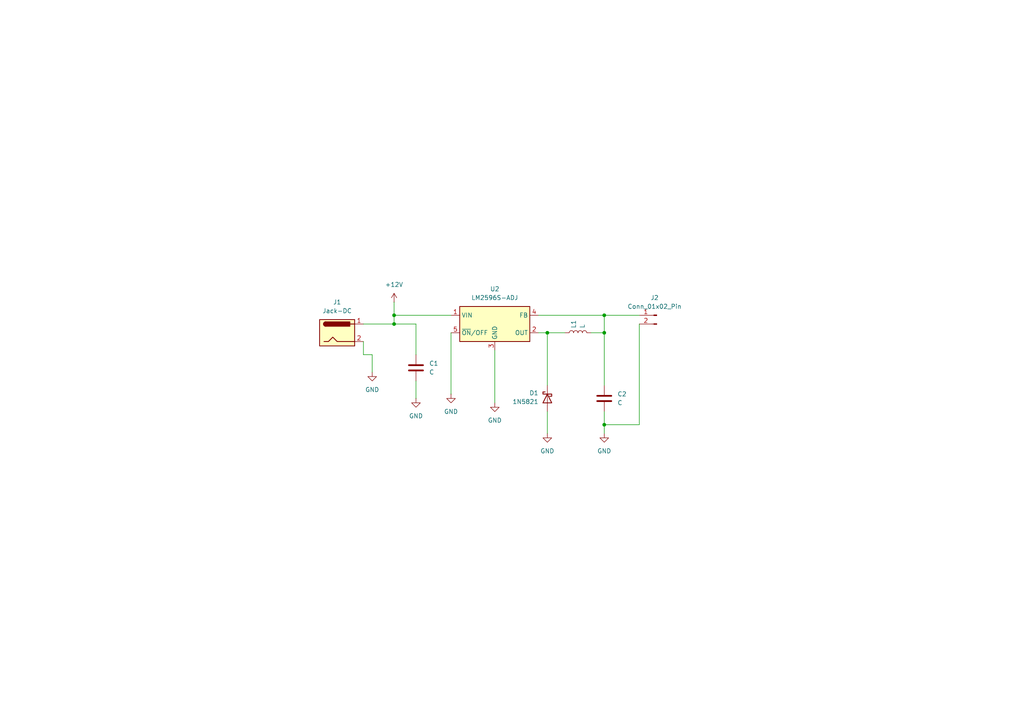
<source format=kicad_sch>
(kicad_sch (version 20231120) (generator "eeschema") (generator_version "8.0")
  (paper "A4")
  (lib_symbols
    (symbol "Connector:Conn_01x02_Pin" (pin_names (offset 1.016) hide)
      (property "Reference" "J" (at 0 2.54 0))
      (property "Value" "Conn_01x02_Pin" (at 0 -5.08 0))
      (symbol "Conn_01x02_Pin_1_1"
        (polyline (pts (xy 1.27 -2.54) (xy 0.8636 -2.54)) (stroke (width 0.1524)))
        (polyline (pts (xy 1.27 0) (xy 0.8636 0)) (stroke (width 0.1524)))
        (rectangle (start 0.8636 -2.413) (end 0 -2.667) (stroke (width 0.1524)) (fill (type outline)))
        (rectangle (start 0.8636 0.127) (end 0 -0.127) (stroke (width 0.1524)) (fill (type outline)))
        (pin passive line (at 5.08 0 180) (length 3.81) (name "Pin_1") (number "1"))
        (pin passive line (at 5.08 -2.54 180) (length 3.81) (name "Pin_2") (number "2"))
      )
    )
    (symbol "Connector:Jack-DC" (pin_names (offset 1.016))
      (property "Reference" "J" (at 0 5.334 0))
      (property "Value" "Jack-DC" (at 0 -5.08 0))
      (symbol "Jack-DC_0_1"
        (rectangle (start -5.08 3.81) (end 5.08 -3.81) (stroke (width 0.254)) (fill (type background)))
        (arc (start -3.302 3.175) (mid -3.9343 2.54) (end -3.302 1.905) (stroke (width 0.254)))
        (arc (start -3.302 3.175) (mid -3.9343 2.54) (end -3.302 1.905) (stroke (width 0.254)) (fill (type outline)))
        (polyline (pts (xy 5.08 2.54) (xy 3.81 2.54)) (stroke (width 0.254)))
        (polyline (pts (xy -3.81 -2.54) (xy -2.54 -2.54) (xy -1.27 -1.27) (xy 0 -2.54) (xy 2.54 -2.54) (xy 5.08 -2.54)) (stroke (width 0.254)))
        (rectangle (start 3.683 3.175) (end -3.302 1.905) (stroke (width 0.254)) (fill (type outline)))
      )
      (symbol "Jack-DC_1_1"
        (pin passive line (at 7.62 2.54 180) (length 2.54) (name "~") (number "1"))
        (pin passive line (at 7.62 -2.54 180) (length 2.54) (name "~") (number "2"))
      )
    )
    (symbol "Device:C" (pin_numbers hide) (pin_names (offset 0.254))
      (property "Reference" "C" (at 0.635 2.54 0))
      (property "Value" "C" (at 0.635 -2.54 0))
      (symbol "C_0_1"
        (polyline (pts (xy -2.032 -0.762) (xy 2.032 -0.762)) (stroke (width 0.508)))
        (polyline (pts (xy -2.032 0.762) (xy 2.032 0.762)) (stroke (width 0.508)))
      )
      (symbol "C_1_1"
        (pin passive line (at 0 3.81 270) (length 2.794) (name "~") (number "1"))
        (pin passive line (at 0 -3.81 90) (length 2.794) (name "~") (number "2"))
      )
    )
    (symbol "Device:L" (pin_numbers hide) (pin_names (offset 1.016) hide)
      (property "Reference" "L" (at -1.27 0 90))
      (property "Value" "L" (at 1.905 0 90))
      (symbol "L_0_1"
        (arc (start 0 -2.54) (mid 0.6323 -1.905) (end 0 -1.27))
        (arc (start 0 -1.27) (mid 0.6323 -0.635) (end 0 0))
        (arc (start 0 0) (mid 0.6323 0.635) (end 0 1.27))
        (arc (start 0 1.27) (mid 0.6323 1.905) (end 0 2.54))
      )
      (symbol "L_1_1"
        (pin passive line (at 0 3.81 270) (length 1.27) (name "1") (number "1"))
        (pin passive line (at 0 -3.81 90) (length 1.27) (name "2") (number "2"))
      )
    )
    (symbol "Diode:1N5821" (pin_numbers hide) (pin_names (offset 1.016) hide)
      (property "Reference" "D" (at 0 2.54 0))
      (property "Value" "1N5821" (at 0 -2.54 0))
      (symbol "1N5821_0_1"
        (polyline (pts (xy 1.27 0) (xy -1.27 0)))
        (polyline (pts (xy 1.27 1.27) (xy 1.27 -1.27) (xy -1.27 0) (xy 1.27 1.27)) (stroke (width 0.254)))
        (polyline (pts (xy -1.905 0.635) (xy -1.905 1.27) (xy -1.27 1.27) (xy -1.27 -1.27) (xy -0.635 -1.27) (xy -0.635 -0.635)) (stroke (width 0.254)))
      )
      (symbol "1N5821_1_1"
        (pin passive line (at -3.81 0 0) (length 2.54) (name "K") (number "1"))
        (pin passive line (at 3.81 0 180) (length 2.54) (name "A") (number "2"))
      )
    )
    (symbol "Regulator_Switching:LM2596S-ADJ"
      (property "Reference" "U" (at -10.16 6.35 0))
      (property "Value" "LM2596S-ADJ" (at 0 6.35 0))
      (symbol "LM2596S-ADJ_0_1"
        (rectangle (start -10.16 5.08) (end 10.16 -5.08) (stroke (width 0.254)) (fill (type background)))
      )
      (symbol "LM2596S-ADJ_1_1"
        (pin power_in line (at -12.7 2.54 0) (length 2.54) (name "VIN") (number "1"))
        (pin output line (at 12.7 -2.54 180) (length 2.54) (name "OUT") (number "2"))
        (pin power_in line (at 0 -7.62 90) (length 2.54) (name "GND") (number "3"))
        (pin input line (at 12.7 2.54 180) (length 2.54) (name "FB") (number "4"))
        (pin input line (at -12.7 -2.54 0) (length 2.54) (name "~{ON}/OFF") (number "5"))
      )
    )
    (symbol "power:+12V" (power) (pin_numbers hide) (pin_names (offset 0) hide)
      (property "Value" "+12V" (at 0 3.556 0))
      (symbol "+12V_0_1"
        (polyline (pts (xy -0.762 1.27) (xy 0 2.54)))
        (polyline (pts (xy 0 0) (xy 0 2.54)))
        (polyline (pts (xy 0 2.54) (xy 0.762 1.27)))
      )
      (symbol "+12V_1_1"
        (pin power_in line (at 0 0 90) (length 0) (name "~") (number "1"))
      )
    )
    (symbol "power:GND" (power) (pin_numbers hide) (pin_names (offset 0) hide)
      (property "Value" "GND" (at 0 -3.81 0))
      (symbol "GND_0_1"
        (polyline (pts (xy 0 0) (xy 0 -1.27) (xy 1.27 -1.27) (xy 0 -2.54) (xy -1.27 -1.27) (xy 0 -1.27)))
      )
      (symbol "GND_1_1"
        (pin power_in line (at 0 0 270) (length 0) (name "~") (number "1"))
      )
    )
  )
  (junction (at 158.75 96.52))
  (junction (at 175.26 123.19))
  (junction (at 114.3 93.98))
  (junction (at 114.3 91.44))
  (junction (at 175.26 91.44))
  (junction (at 175.26 96.52))
  (wire (pts (xy 143.51 101.6) (xy 143.51 116.84)))
  (wire (pts (xy 114.3 93.98) (xy 114.3 91.44)))
  (wire (pts (xy 105.41 102.87) (xy 107.95 102.87)))
  (wire (pts (xy 114.3 87.63) (xy 114.3 91.44)))
  (wire (pts (xy 175.26 91.44) (xy 175.26 96.52)))
  (wire (pts (xy 158.75 119.38) (xy 158.75 125.73)))
  (wire (pts (xy 185.42 93.98) (xy 185.42 123.19)))
  (wire (pts (xy 158.75 96.52) (xy 156.21 96.52)))
  (wire (pts (xy 163.83 96.52) (xy 158.75 96.52)))
  (wire (pts (xy 105.41 99.06) (xy 105.41 102.87)))
  (wire (pts (xy 175.26 96.52) (xy 175.26 111.76)))
  (wire (pts (xy 185.42 123.19) (xy 175.26 123.19)))
  (wire (pts (xy 107.95 102.87) (xy 107.95 107.95)))
  (wire (pts (xy 120.65 102.87) (xy 120.65 93.98)))
  (wire (pts (xy 114.3 91.44) (xy 130.81 91.44)))
  (wire (pts (xy 120.65 93.98) (xy 114.3 93.98)))
  (wire (pts (xy 175.26 96.52) (xy 171.45 96.52)))
  (wire (pts (xy 130.81 96.52) (xy 130.81 114.3)))
  (wire (pts (xy 156.21 91.44) (xy 175.26 91.44)))
  (wire (pts (xy 120.65 110.49) (xy 120.65 115.57)))
  (wire (pts (xy 105.41 93.98) (xy 114.3 93.98)))
  (wire (pts (xy 175.26 91.44) (xy 185.42 91.44)))
  (wire (pts (xy 158.75 96.52) (xy 158.75 111.76)))
  (wire (pts (xy 175.26 119.38) (xy 175.26 123.19)))
  (wire (pts (xy 175.26 123.19) (xy 175.26 125.73)))
  (symbol (lib_id "power:+12V") (at 114.3 87.63 0) (unit 1)
    (property "Reference" "#PWR06" (effects (hide yes)))
    (property "Value" "+12V" (at 114.3 82.55 0))
    (property "Description" "Power symbol creates a global label with name \"+12V\"" (effects (hide yes)))
  )
  (symbol (lib_id "Device:C") (at 175.26 115.57 0) (unit 1)
    (property "Reference" "C2" (at 179.07 114.2999 0) (effects (justify left)))
    (property "Value" "C" (at 179.07 116.8399 0) (effects (justify left)))
    (property "Footprint" "Capacitor_SMD:C_0201_0603Metric_Pad0.64x0.40mm_HandSolder" (effects (hide yes)))
    (property "Description" "Unpolarized capacitor" (effects (hide yes)))
  )
  (symbol (lib_id "Device:C") (at 120.65 106.68 0) (unit 1)
    (property "Reference" "C1" (at 124.46 105.4099 0) (effects (justify left)))
    (property "Value" "C" (at 124.46 107.9499 0) (effects (justify left)))
    (property "Footprint" "Capacitor_SMD:C_0201_0603Metric_Pad0.64x0.40mm_HandSolder" (effects (hide yes)))
    (property "Description" "Unpolarized capacitor" (effects (hide yes)))
  )
  (symbol (lib_id "power:GND") (at 158.75 125.73 0) (unit 1)
    (property "Reference" "#PWR03" (effects (hide yes)))
    (property "Value" "GND" (at 158.75 130.81 0))
    (property "Description" "Power symbol creates a global label with name \"GND\" , ground" (effects (hide yes)))
  )
  (symbol (lib_id "power:GND") (at 130.81 114.3 0) (unit 1)
    (property "Reference" "#PWR07" (effects (hide yes)))
    (property "Value" "GND" (at 130.81 119.38 0))
    (property "Description" "Power symbol creates a global label with name \"GND\" , ground" (effects (hide yes)))
  )
  (symbol (lib_id "Connector:Jack-DC") (at 97.79 96.52 0) (unit 1)
    (property "Reference" "J1" (at 97.79 87.63 0))
    (property "Value" "Jack-DC" (at 97.79 90.17 0))
    (property "Footprint" "Connector_BarrelJack:BarrelJack_SwitchcraftConxall_RAPC10U_Horizontal" (effects (hide yes)))
    (property "Description" "DC Barrel Jack" (effects (hide yes)))
  )
  (symbol (lib_id "power:GND") (at 175.26 125.73 0) (unit 1)
    (property "Reference" "#PWR04" (effects (hide yes)))
    (property "Value" "GND" (at 175.26 130.81 0))
    (property "Description" "Power symbol creates a global label with name \"GND\" , ground" (effects (hide yes)))
  )
  (symbol (lib_id "power:GND") (at 120.65 115.57 0) (unit 1)
    (property "Reference" "#PWR02" (effects (hide yes)))
    (property "Value" "GND" (at 120.65 120.65 0))
    (property "Description" "Power symbol creates a global label with name \"GND\" , ground" (effects (hide yes)))
  )
  (symbol (lib_id "Diode:1N5821") (at 158.75 115.57 90) (mirror x) (unit 1)
    (property "Reference" "D1" (at 156.21 113.9824 90) (effects (justify left)))
    (property "Value" "1N5821" (at 156.21 116.5224 90) (effects (justify left)))
    (property "Footprint" "Diode_THT:D_DO-201AD_P12.70mm_Horizontal" (effects (hide yes)))
    (property "Datasheet" "http://www.vishay.com/docs/88526/1n5820.pdf" (effects (hide yes)))
    (property "Description" "30V 3A Schottky Barrier Rectifier Diode, DO-201AD" (effects (hide yes)))
  )
  (symbol (lib_id "power:GND") (at 143.51 116.84 0) (unit 1)
    (property "Reference" "#PWR01" (effects (hide yes)))
    (property "Value" "GND" (at 143.51 121.92 0))
    (property "Description" "Power symbol creates a global label with name \"GND\" , ground" (effects (hide yes)))
  )
  (symbol (lib_id "power:GND") (at 107.95 107.95 0) (mirror y) (unit 1)
    (property "Reference" "#PWR05" (effects (hide yes)))
    (property "Value" "GND" (at 107.95 113.03 0))
    (property "Description" "Power symbol creates a global label with name \"GND\" , ground" (effects (hide yes)))
  )
  (symbol (lib_id "Device:L") (at 167.64 96.52 90) (unit 1)
    (property "Reference" "L1" (at 166.3699 95.25 0) (effects (justify left)))
    (property "Value" "L" (at 168.9099 95.25 0) (effects (justify left)))
    (property "Footprint" "Inductor_SMD:L_7.3x7.3_H3.5" (effects (hide yes)))
    (property "Description" "Inductor" (effects (hide yes)))
  )
  (symbol (lib_id "Connector:Conn_01x02_Pin") (at 190.5 91.44 0) (mirror y) (unit 1)
    (property "Reference" "J2" (at 189.865 86.36 0))
    (property "Value" "Conn_01x02_Pin" (at 189.865 88.9 0))
    (property "Footprint" "Connector:JWT_A3963_1x02_P3.96mm_Vertical" (effects (hide yes)))
    (property "Description" "Generic connector, single row, 01x02, script generated" (effects (hide yes)))
  )
  (symbol (lib_id "Regulator_Switching:LM2596S-ADJ") (at 143.51 93.98 0) (unit 1)
    (property "Reference" "U2" (at 143.51 83.82 0))
    (property "Value" "LM2596S-ADJ" (at 143.51 86.36 0))
    (property "Footprint" "Package_TO_SOT_SMD:TO-263-5_TabPin3" (effects (hide yes)))
    (property "Datasheet" "http://www.ti.com/lit/ds/symlink/lm2596.pdf" (effects (hide yes)))
    (property "Description" "Adjustable 3A Step-Down Voltage Regulator, TO-263" (effects (hide yes)))
  )
)
</source>
